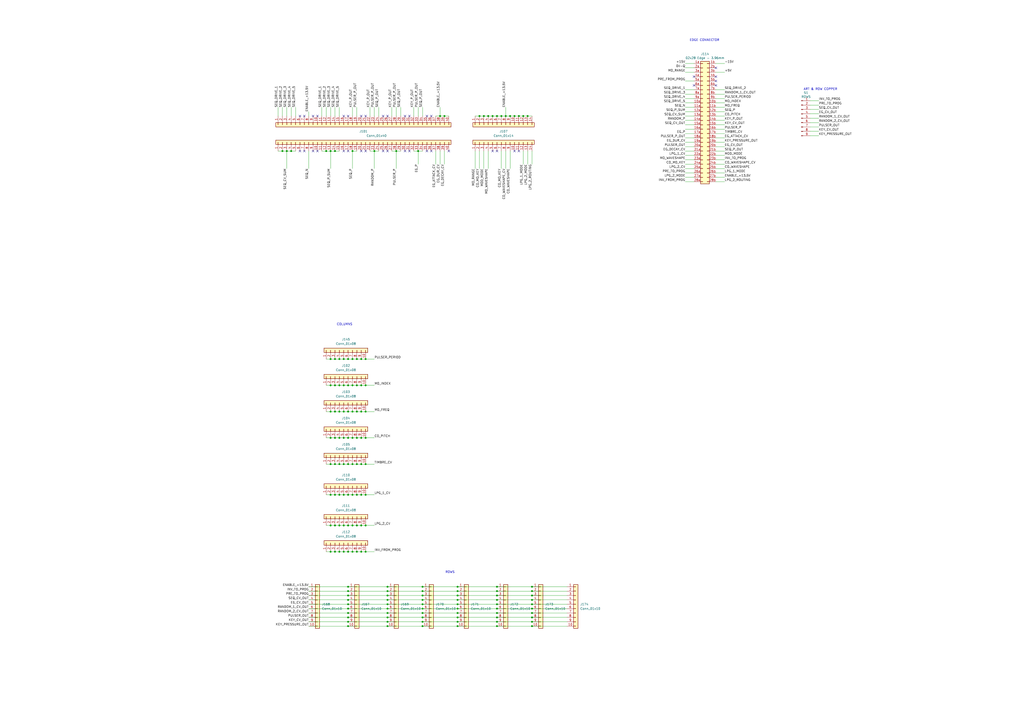
<source format=kicad_sch>
(kicad_sch (version 20231120) (generator "eeschema") (generator_version "8.0")
  (paper "A2")
  (title_block (title "Model 208 Program Card") (date "2021-04-13") (rev "1.0"))
  (lib_symbols
    (symbol "208_PROGRAM_CARD-rescue:Conn_01x09_Male-Connector" (pin_names (offset 1.016) hide)
      (property "Reference" "J" (at 0 12.7 0))
      (property "Value" "Connector_Conn_01x09_Male" (at 0 -12.7 0))
      (symbol "Conn_01x09_Male-Connector_1_1"
        (pin passive line (at 5.08 10.16 180) (length 3.81) (name "Pin_1") (number "1"))
        (pin passive line (at 5.08 7.62 180) (length 3.81) (name "Pin_2") (number "2"))
        (pin passive line (at 5.08 5.08 180) (length 3.81) (name "Pin_3") (number "3"))
        (pin passive line (at 5.08 2.54 180) (length 3.81) (name "Pin_4") (number "4"))
        (pin passive line (at 5.08 0 180) (length 3.81) (name "Pin_5") (number "5"))
        (pin passive line (at 5.08 -2.54 180) (length 3.81) (name "Pin_6") (number "6"))
        (pin passive line (at 5.08 -5.08 180) (length 3.81) (name "Pin_7") (number "7"))
        (pin passive line (at 5.08 -7.62 180) (length 3.81) (name "Pin_8") (number "8"))
        (pin passive line (at 5.08 -10.16 180) (length 3.81) (name "Pin_9") (number "9"))
      )
    )
    (symbol "Connector_Generic:Conn_01x10" (pin_names (offset 1.016) hide)
      (property "Reference" "J" (at 0 12.7 0))
      (property "Value" "Conn_01x10" (at 0 -15.24 0))
      (symbol "Conn_01x10_1_1"
        (pin passive line (at -5.08 10.16 0) (length 3.81) (name "Pin_1") (number "1"))
        (pin passive line (at -5.08 -12.7 0) (length 3.81) (name "Pin_10") (number "10"))
        (pin passive line (at -5.08 7.62 0) (length 3.81) (name "Pin_2") (number "2"))
        (pin passive line (at -5.08 5.08 0) (length 3.81) (name "Pin_3") (number "3"))
        (pin passive line (at -5.08 2.54 0) (length 3.81) (name "Pin_4") (number "4"))
        (pin passive line (at -5.08 0 0) (length 3.81) (name "Pin_5") (number "5"))
        (pin passive line (at -5.08 -2.54 0) (length 3.81) (name "Pin_6") (number "6"))
        (pin passive line (at -5.08 -5.08 0) (length 3.81) (name "Pin_7") (number "7"))
        (pin passive line (at -5.08 -7.62 0) (length 3.81) (name "Pin_8") (number "8"))
        (pin passive line (at -5.08 -10.16 0) (length 3.81) (name "Pin_9") (number "9"))
      )
    )
    (symbol "Connector_Generic:Conn_01x14" (pin_names (offset 1.016) hide)
      (property "Reference" "J" (at 0 17.78 0))
      (property "Value" "Conn_01x14" (at 0 -20.32 0))
      (symbol "Conn_01x14_1_1"
        (pin passive line (at -5.08 15.24 0) (length 3.81) (name "Pin_1") (number "1"))
        (pin passive line (at -5.08 -7.62 0) (length 3.81) (name "Pin_10") (number "10"))
        (pin passive line (at -5.08 -10.16 0) (length 3.81) (name "Pin_11") (number "11"))
        (pin passive line (at -5.08 -12.7 0) (length 3.81) (name "Pin_12") (number "12"))
        (pin passive line (at -5.08 -15.24 0) (length 3.81) (name "Pin_13") (number "13"))
        (pin passive line (at -5.08 -17.78 0) (length 3.81) (name "Pin_14") (number "14"))
        (pin passive line (at -5.08 12.7 0) (length 3.81) (name "Pin_2") (number "2"))
        (pin passive line (at -5.08 10.16 0) (length 3.81) (name "Pin_3") (number "3"))
        (pin passive line (at -5.08 7.62 0) (length 3.81) (name "Pin_4") (number "4"))
        (pin passive line (at -5.08 5.08 0) (length 3.81) (name "Pin_5") (number "5"))
        (pin passive line (at -5.08 2.54 0) (length 3.81) (name "Pin_6") (number "6"))
        (pin passive line (at -5.08 0 0) (length 3.81) (name "Pin_7") (number "7"))
        (pin passive line (at -5.08 -2.54 0) (length 3.81) (name "Pin_8") (number "8"))
        (pin passive line (at -5.08 -5.08 0) (length 3.81) (name "Pin_9") (number "9"))
      )
    )
    (symbol "Connector_Generic:Conn_01x40" (pin_names (offset 1.016) hide)
      (property "Reference" "J" (at 0 50.8 0))
      (property "Value" "Conn_01x40" (at 0 -53.34 0))
      (symbol "Conn_01x40_1_1"
        (pin passive line (at -5.08 48.26 0) (length 3.81) (name "Pin_1") (number "1"))
        (pin passive line (at -5.08 25.4 0) (length 3.81) (name "Pin_10") (number "10"))
        (pin passive line (at -5.08 22.86 0) (length 3.81) (name "Pin_11") (number "11"))
        (pin passive line (at -5.08 20.32 0) (length 3.81) (name "Pin_12") (number "12"))
        (pin passive line (at -5.08 17.78 0) (length 3.81) (name "Pin_13") (number "13"))
        (pin passive line (at -5.08 15.24 0) (length 3.81) (name "Pin_14") (number "14"))
        (pin passive line (at -5.08 12.7 0) (length 3.81) (name "Pin_15") (number "15"))
        (pin passive line (at -5.08 10.16 0) (length 3.81) (name "Pin_16") (number "16"))
        (pin passive line (at -5.08 7.62 0) (length 3.81) (name "Pin_17") (number "17"))
        (pin passive line (at -5.08 5.08 0) (length 3.81) (name "Pin_18") (number "18"))
        (pin passive line (at -5.08 2.54 0) (length 3.81) (name "Pin_19") (number "19"))
        (pin passive line (at -5.08 45.72 0) (length 3.81) (name "Pin_2") (number "2"))
        (pin passive line (at -5.08 0 0) (length 3.81) (name "Pin_20") (number "20"))
        (pin passive line (at -5.08 -2.54 0) (length 3.81) (name "Pin_21") (number "21"))
        (pin passive line (at -5.08 -5.08 0) (length 3.81) (name "Pin_22") (number "22"))
        (pin passive line (at -5.08 -7.62 0) (length 3.81) (name "Pin_23") (number "23"))
        (pin passive line (at -5.08 -10.16 0) (length 3.81) (name "Pin_24") (number "24"))
        (pin passive line (at -5.08 -12.7 0) (length 3.81) (name "Pin_25") (number "25"))
        (pin passive line (at -5.08 -15.24 0) (length 3.81) (name "Pin_26") (number "26"))
        (pin passive line (at -5.08 -17.78 0) (length 3.81) (name "Pin_27") (number "27"))
        (pin passive line (at -5.08 -20.32 0) (length 3.81) (name "Pin_28") (number "28"))
        (pin passive line (at -5.08 -22.86 0) (length 3.81) (name "Pin_29") (number "29"))
        (pin passive line (at -5.08 43.18 0) (length 3.81) (name "Pin_3") (number "3"))
        (pin passive line (at -5.08 -25.4 0) (length 3.81) (name "Pin_30") (number "30"))
        (pin passive line (at -5.08 -27.94 0) (length 3.81) (name "Pin_31") (number "31"))
        (pin passive line (at -5.08 -30.48 0) (length 3.81) (name "Pin_32") (number "32"))
        (pin passive line (at -5.08 -33.02 0) (length 3.81) (name "Pin_33") (number "33"))
        (pin passive line (at -5.08 -35.56 0) (length 3.81) (name "Pin_34") (number "34"))
        (pin passive line (at -5.08 -38.1 0) (length 3.81) (name "Pin_35") (number "35"))
        (pin passive line (at -5.08 -40.64 0) (length 3.81) (name "Pin_36") (number "36"))
        (pin passive line (at -5.08 -43.18 0) (length 3.81) (name "Pin_37") (number "37"))
        (pin passive line (at -5.08 -45.72 0) (length 3.81) (name "Pin_38") (number "38"))
        (pin passive line (at -5.08 -48.26 0) (length 3.81) (name "Pin_39") (number "39"))
        (pin passive line (at -5.08 40.64 0) (length 3.81) (name "Pin_4") (number "4"))
        (pin passive line (at -5.08 -50.8 0) (length 3.81) (name "Pin_40") (number "40"))
        (pin passive line (at -5.08 38.1 0) (length 3.81) (name "Pin_5") (number "5"))
        (pin passive line (at -5.08 35.56 0) (length 3.81) (name "Pin_6") (number "6"))
        (pin passive line (at -5.08 33.02 0) (length 3.81) (name "Pin_7") (number "7"))
        (pin passive line (at -5.08 30.48 0) (length 3.81) (name "Pin_8") (number "8"))
        (pin passive line (at -5.08 27.94 0) (length 3.81) (name "Pin_9") (number "9"))
      )
    )
    (symbol "Connector_Generic:Conn_02x28_Row_Letter_Last" (pin_names (offset 1.016) hide)
      (property "Reference" "J" (at 1.27 35.56 0))
      (property "Value" "Conn_02x28_Row_Letter_Last" (at 1.27 -38.1 0))
      (symbol "Conn_02x28_Row_Letter_Last_1_1"
        (pin passive line (at -5.08 10.16 0) (length 3.81) (name "Pin_10a") (number "10a"))
        (pin passive line (at 7.62 10.16 180) (length 3.81) (name "Pin_10b") (number "10b"))
        (pin passive line (at -5.08 7.62 0) (length 3.81) (name "Pin_11a") (number "11a"))
        (pin passive line (at 7.62 7.62 180) (length 3.81) (name "Pin_11b") (number "11b"))
        (pin passive line (at -5.08 5.08 0) (length 3.81) (name "Pin_12a") (number "12a"))
        (pin passive line (at 7.62 5.08 180) (length 3.81) (name "Pin_12b") (number "12b"))
        (pin passive line (at -5.08 2.54 0) (length 3.81) (name "Pin_13a") (number "13a"))
        (pin passive line (at 7.62 2.54 180) (length 3.81) (name "Pin_13b") (number "13b"))
        (pin passive line (at -5.08 0 0) (length 3.81) (name "Pin_14a") (number "14a"))
        (pin passive line (at 7.62 0 180) (length 3.81) (name "Pin_14b") (number "14b"))
        (pin passive line (at -5.08 -2.54 0) (length 3.81) (name "Pin_15a") (number "15a"))
        (pin passive line (at 7.62 -2.54 180) (length 3.81) (name "Pin_15b") (number "15b"))
        (pin passive line (at -5.08 -5.08 0) (length 3.81) (name "Pin_16a") (number "16a"))
        (pin passive line (at 7.62 -5.08 180) (length 3.81) (name "Pin_16b") (number "16b"))
        (pin passive line (at -5.08 -7.62 0) (length 3.81) (name "Pin_17a") (number "17a"))
        (pin passive line (at 7.62 -7.62 180) (length 3.81) (name "Pin_17b") (number "17b"))
        (pin passive line (at -5.08 -10.16 0) (length 3.81) (name "Pin_18a") (number "18a"))
        (pin passive line (at 7.62 -10.16 180) (length 3.81) (name "Pin_18b") (number "18b"))
        (pin passive line (at -5.08 -12.7 0) (length 3.81) (name "Pin_19a") (number "19a"))
        (pin passive line (at 7.62 -12.7 180) (length 3.81) (name "Pin_19b") (number "19b"))
        (pin passive line (at -5.08 33.02 0) (length 3.81) (name "Pin_1a") (number "1a"))
        (pin passive line (at 7.62 33.02 180) (length 3.81) (name "Pin_1b") (number "1b"))
        (pin passive line (at -5.08 -15.24 0) (length 3.81) (name "Pin_20a") (number "20a"))
        (pin passive line (at 7.62 -15.24 180) (length 3.81) (name "Pin_20b") (number "20b"))
        (pin passive line (at -5.08 -17.78 0) (length 3.81) (name "Pin_21a") (number "21a"))
        (pin passive line (at 7.62 -17.78 180) (length 3.81) (name "Pin_21b") (number "21b"))
        (pin passive line (at -5.08 -20.32 0) (length 3.81) (name "Pin_22a") (number "22a"))
        (pin passive line (at 7.62 -20.32 180) (length 3.81) (name "Pin_22b") (number "22b"))
        (pin passive line (at -5.08 -22.86 0) (length 3.81) (name "Pin_23a") (number "23a"))
        (pin passive line (at 7.62 -22.86 180) (length 3.81) (name "Pin_23b") (number "23b"))
        (pin passive line (at -5.08 -25.4 0) (length 3.81) (name "Pin_24a") (number "24a"))
        (pin passive line (at 7.62 -25.4 180) (length 3.81) (name "Pin_24b") (number "24b"))
        (pin passive line (at -5.08 -27.94 0) (length 3.81) (name "Pin_25a") (number "25a"))
        (pin passive line (at 7.62 -27.94 180) (length 3.81) (name "Pin_25b") (number "25b"))
        (pin passive line (at -5.08 -30.48 0) (length 3.81) (name "Pin_26a") (number "26a"))
        (pin passive line (at 7.62 -30.48 180) (length 3.81) (name "Pin_26b") (number "26b"))
        (pin passive line (at -5.08 -33.02 0) (length 3.81) (name "Pin_27a") (number "27a"))
        (pin passive line (at 7.62 -33.02 180) (length 3.81) (name "Pin_27b") (number "27b"))
        (pin passive line (at -5.08 -35.56 0) (length 3.81) (name "Pin_28a") (number "28a"))
        (pin passive line (at 7.62 -35.56 180) (length 3.81) (name "Pin_28b") (number "28b"))
        (pin passive line (at -5.08 30.48 0) (length 3.81) (name "Pin_2a") (number "2a"))
        (pin passive line (at 7.62 30.48 180) (length 3.81) (name "Pin_2b") (number "2b"))
        (pin passive line (at -5.08 27.94 0) (length 3.81) (name "Pin_3a") (number "3a"))
        (pin passive line (at 7.62 27.94 180) (length 3.81) (name "Pin_3b") (number "3b"))
        (pin passive line (at -5.08 25.4 0) (length 3.81) (name "Pin_4a") (number "4a"))
        (pin passive line (at 7.62 25.4 180) (length 3.81) (name "Pin_4b") (number "4b"))
        (pin passive line (at -5.08 22.86 0) (length 3.81) (name "Pin_5a") (number "5a"))
        (pin passive line (at 7.62 22.86 180) (length 3.81) (name "Pin_5b") (number "5b"))
        (pin passive line (at -5.08 20.32 0) (length 3.81) (name "Pin_6a") (number "6a"))
        (pin passive line (at 7.62 20.32 180) (length 3.81) (name "Pin_6b") (number "6b"))
        (pin passive line (at -5.08 17.78 0) (length 3.81) (name "Pin_7a") (number "7a"))
        (pin passive line (at 7.62 17.78 180) (length 3.81) (name "Pin_7b") (number "7b"))
        (pin passive line (at -5.08 15.24 0) (length 3.81) (name "Pin_8a") (number "8a"))
        (pin passive line (at 7.62 15.24 180) (length 3.81) (name "Pin_8b") (number "8b"))
        (pin passive line (at -5.08 12.7 0) (length 3.81) (name "Pin_9a") (number "9a"))
        (pin passive line (at 7.62 12.7 180) (length 3.81) (name "Pin_9b") (number "9b"))
      )
    )
  )
  (junction (at 196.85 287.02))
  (junction (at 224.79 360.68))
  (junction (at 245.11 340.36))
  (junction (at 204.47 87.63))
  (junction (at 163.83 87.63))
  (junction (at 308.61 358.14))
  (junction (at 265.43 347.98))
  (junction (at 196.85 223.52))
  (junction (at 204.47 269.24))
  (junction (at 204.47 304.8))
  (junction (at 265.43 353.06))
  (junction (at 212.09 254))
  (junction (at 288.29 67.31))
  (junction (at 245.11 353.06))
  (junction (at 209.55 320.04))
  (junction (at 288.29 347.98))
  (junction (at 201.93 208.28))
  (junction (at 245.11 355.6))
  (junction (at 224.79 353.06))
  (junction (at 308.61 342.9))
  (junction (at 306.07 67.31))
  (junction (at 201.93 342.9))
  (junction (at 196.85 254))
  (junction (at 201.93 287.02))
  (junction (at 217.17 87.63))
  (junction (at 288.29 353.06))
  (junction (at 201.93 254))
  (junction (at 207.01 269.24))
  (junction (at 189.23 87.63))
  (junction (at 288.29 345.44))
  (junction (at 191.77 238.76))
  (junction (at 191.77 320.04))
  (junction (at 201.93 358.14))
  (junction (at 288.29 355.6))
  (junction (at 212.09 304.8))
  (junction (at 166.37 87.63))
  (junction (at 288.29 350.52))
  (junction (at 199.39 254))
  (junction (at 245.11 358.14))
  (junction (at 191.77 254))
  (junction (at 199.39 223.52))
  (junction (at 194.31 223.52))
  (junction (at 265.43 358.14))
  (junction (at 191.77 87.63))
  (junction (at 209.55 238.76))
  (junction (at 280.67 67.31))
  (junction (at 293.37 67.31))
  (junction (at 209.55 304.8))
  (junction (at 288.29 360.68))
  (junction (at 224.79 345.44))
  (junction (at 212.09 238.76))
  (junction (at 265.43 342.9))
  (junction (at 194.31 269.24))
  (junction (at 298.45 67.31))
  (junction (at 201.93 340.36))
  (junction (at 245.11 363.22))
  (junction (at 196.85 238.76))
  (junction (at 194.31 304.8))
  (junction (at 288.29 342.9))
  (junction (at 212.09 223.52))
  (junction (at 295.91 67.31))
  (junction (at 303.53 67.31))
  (junction (at 191.77 208.28))
  (junction (at 191.77 287.02))
  (junction (at 201.93 269.24))
  (junction (at 201.93 320.04))
  (junction (at 224.79 363.22))
  (junction (at 207.01 223.52))
  (junction (at 224.79 358.14))
  (junction (at 201.93 353.06))
  (junction (at 194.31 238.76))
  (junction (at 209.55 223.52))
  (junction (at 245.11 345.44))
  (junction (at 201.93 350.52))
  (junction (at 191.77 269.24))
  (junction (at 207.01 254))
  (junction (at 265.43 360.68))
  (junction (at 288.29 363.22))
  (junction (at 209.55 254))
  (junction (at 204.47 208.28))
  (junction (at 196.85 208.28))
  (junction (at 212.09 269.24))
  (junction (at 199.39 287.02))
  (junction (at 196.85 320.04))
  (junction (at 308.61 360.68))
  (junction (at 229.87 87.63))
  (junction (at 265.43 363.22))
  (junction (at 265.43 350.52))
  (junction (at 204.47 223.52))
  (junction (at 245.11 342.9))
  (junction (at 288.29 358.14))
  (junction (at 201.93 223.52))
  (junction (at 207.01 304.8))
  (junction (at 196.85 304.8))
  (junction (at 245.11 360.68))
  (junction (at 209.55 269.24))
  (junction (at 204.47 320.04))
  (junction (at 201.93 363.22))
  (junction (at 224.79 355.6))
  (junction (at 300.99 67.31))
  (junction (at 224.79 340.36))
  (junction (at 201.93 238.76))
  (junction (at 199.39 320.04))
  (junction (at 308.61 353.06))
  (junction (at 245.11 347.98))
  (junction (at 194.31 87.63))
  (junction (at 265.43 345.44))
  (junction (at 308.61 363.22))
  (junction (at 288.29 340.36))
  (junction (at 207.01 238.76))
  (junction (at 283.21 67.31))
  (junction (at 285.75 67.31))
  (junction (at 201.93 360.68))
  (junction (at 199.39 208.28))
  (junction (at 191.77 223.52))
  (junction (at 242.57 87.63))
  (junction (at 196.85 269.24))
  (junction (at 278.13 67.31))
  (junction (at 308.61 355.6))
  (junction (at 224.79 350.52))
  (junction (at 204.47 287.02))
  (junction (at 308.61 340.36))
  (junction (at 308.61 345.44))
  (junction (at 199.39 304.8))
  (junction (at 308.61 347.98))
  (junction (at 194.31 254))
  (junction (at 224.79 347.98))
  (junction (at 194.31 320.04))
  (junction (at 212.09 208.28))
  (junction (at 199.39 269.24))
  (junction (at 212.09 320.04))
  (junction (at 207.01 320.04))
  (junction (at 194.31 208.28))
  (junction (at 201.93 347.98))
  (junction (at 194.31 287.02))
  (junction (at 201.93 304.8))
  (junction (at 191.77 304.8))
  (junction (at 168.91 87.63))
  (junction (at 207.01 208.28))
  (junction (at 255.27 67.31))
  (junction (at 209.55 208.28))
  (junction (at 265.43 340.36))
  (junction (at 204.47 238.76))
  (junction (at 257.81 67.31))
  (junction (at 290.83 67.31))
  (junction (at 308.61 350.52))
  (junction (at 265.43 355.6))
  (junction (at 204.47 254))
  (junction (at 201.93 355.6))
  (junction (at 207.01 287.02))
  (junction (at 199.39 238.76))
  (junction (at 212.09 287.02))
  (junction (at 245.11 350.52))
  (junction (at 224.79 342.9))
  (junction (at 201.93 345.44))
  (junction (at 209.55 287.02))
  (no_connect (at 247.65 87.63))
  (no_connect (at 415.29 49.53))
  (no_connect (at 181.61 87.63))
  (no_connect (at 209.55 87.63))
  (no_connect (at 173.99 67.31))
  (no_connect (at 176.53 67.31))
  (no_connect (at 260.35 87.63))
  (no_connect (at 298.45 87.63))
  (no_connect (at 184.15 87.63))
  (no_connect (at 415.29 44.45))
  (no_connect (at 181.61 67.31))
  (no_connect (at 184.15 67.31))
  (no_connect (at 234.95 67.31))
  (no_connect (at 250.19 67.31))
  (no_connect (at 212.09 67.31))
  (no_connect (at 300.99 87.63))
  (no_connect (at 212.09 87.63))
  (no_connect (at 288.29 87.63))
  (no_connect (at 222.25 87.63))
  (no_connect (at 415.29 39.37))
  (no_connect (at 285.75 87.63))
  (no_connect (at 201.93 67.31))
  (no_connect (at 176.53 87.63))
  (no_connect (at 250.19 87.63))
  (no_connect (at 201.93 87.63))
  (no_connect (at 173.99 87.63))
  (no_connect (at 237.49 67.31))
  (no_connect (at 234.95 87.63))
  (no_connect (at 224.79 67.31))
  (no_connect (at 224.79 87.63))
  (no_connect (at 199.39 67.31))
  (no_connect (at 415.29 46.99))
  (no_connect (at 199.39 87.63))
  (no_connect (at 237.49 87.63))
  (no_connect (at 402.59 49.53))
  (no_connect (at 222.25 67.31))
  (no_connect (at 402.59 44.45))
  (no_connect (at 247.65 67.31))
  (no_connect (at 209.55 67.31))
  (wire (pts (xy 209.55 304.8) (xy 212.09 304.8)))
  (wire (pts (xy 402.59 52.07) (xy 397.51 52.07)))
  (wire (pts (xy 179.07 87.63) (xy 179.07 97.79)))
  (wire (pts (xy 288.29 67.31) (xy 290.83 67.31)))
  (wire (pts (xy 179.07 345.44) (xy 201.93 345.44)))
  (wire (pts (xy 189.23 223.52) (xy 191.77 223.52)))
  (wire (pts (xy 204.47 62.23) (xy 204.47 67.31)))
  (wire (pts (xy 199.39 238.76) (xy 201.93 238.76)))
  (wire (pts (xy 255.27 62.23) (xy 255.27 67.31)))
  (wire (pts (xy 415.29 97.79) (xy 420.37 97.79)))
  (wire (pts (xy 204.47 87.63) (xy 207.01 87.63)))
  (wire (pts (xy 224.79 347.98) (xy 245.11 347.98)))
  (wire (pts (xy 415.29 41.91) (xy 420.37 41.91)))
  (wire (pts (xy 168.91 62.23) (xy 168.91 67.31)))
  (wire (pts (xy 194.31 62.23) (xy 194.31 67.31)))
  (wire (pts (xy 224.79 358.14) (xy 245.11 358.14)))
  (wire (pts (xy 179.07 340.36) (xy 201.93 340.36)))
  (wire (pts (xy 415.29 82.55) (xy 420.37 82.55)))
  (wire (pts (xy 224.79 360.68) (xy 245.11 360.68)))
  (wire (pts (xy 191.77 87.63) (xy 191.77 97.79)))
  (wire (pts (xy 194.31 223.52) (xy 196.85 223.52)))
  (wire (pts (xy 194.31 87.63) (xy 196.85 87.63)))
  (wire (pts (xy 199.39 287.02) (xy 201.93 287.02)))
  (wire (pts (xy 278.13 67.31) (xy 280.67 67.31)))
  (wire (pts (xy 207.01 287.02) (xy 209.55 287.02)))
  (wire (pts (xy 300.99 67.31) (xy 303.53 67.31)))
  (wire (pts (xy 402.59 72.39) (xy 397.51 72.39)))
  (wire (pts (xy 308.61 87.63) (xy 308.61 95.25)))
  (wire (pts (xy 207.01 254) (xy 209.55 254)))
  (wire (pts (xy 402.59 57.15) (xy 397.51 57.15)))
  (wire (pts (xy 201.93 304.8) (xy 204.47 304.8)))
  (wire (pts (xy 415.29 100.33) (xy 420.37 100.33)))
  (wire (pts (xy 224.79 345.44) (xy 245.11 345.44)))
  (wire (pts (xy 415.29 74.93) (xy 420.37 74.93)))
  (wire (pts (xy 402.59 41.91) (xy 397.51 41.91)))
  (wire (pts (xy 204.47 269.24) (xy 207.01 269.24)))
  (wire (pts (xy 415.29 87.63) (xy 420.37 87.63)))
  (wire (pts (xy 207.01 62.23) (xy 207.01 67.31)))
  (wire (pts (xy 196.85 304.8) (xy 199.39 304.8)))
  (wire (pts (xy 166.37 87.63) (xy 168.91 87.63)))
  (wire (pts (xy 207.01 320.04) (xy 209.55 320.04)))
  (wire (pts (xy 283.21 87.63) (xy 283.21 97.79)))
  (wire (pts (xy 295.91 87.63) (xy 295.91 97.79)))
  (wire (pts (xy 212.09 208.28) (xy 217.17 208.28)))
  (wire (pts (xy 402.59 77.47) (xy 397.51 77.47)))
  (wire (pts (xy 204.47 208.28) (xy 207.01 208.28)))
  (wire (pts (xy 242.57 87.63) (xy 245.11 87.63)))
  (wire (pts (xy 209.55 287.02) (xy 212.09 287.02)))
  (wire (pts (xy 469.9 71.12) (xy 474.98 71.12)))
  (wire (pts (xy 469.9 73.66) (xy 474.98 73.66)))
  (wire (pts (xy 189.23 269.24) (xy 191.77 269.24)))
  (wire (pts (xy 415.29 80.01) (xy 420.37 80.01)))
  (wire (pts (xy 415.29 59.69) (xy 420.37 59.69)))
  (wire (pts (xy 469.9 58.42) (xy 474.98 58.42)))
  (wire (pts (xy 288.29 350.52) (xy 308.61 350.52)))
  (wire (pts (xy 245.11 358.14) (xy 265.43 358.14)))
  (wire (pts (xy 199.39 223.52) (xy 201.93 223.52)))
  (wire (pts (xy 402.59 64.77) (xy 397.51 64.77)))
  (wire (pts (xy 402.59 87.63) (xy 397.51 87.63)))
  (wire (pts (xy 469.9 76.2) (xy 474.98 76.2)))
  (wire (pts (xy 293.37 62.23) (xy 293.37 67.31)))
  (wire (pts (xy 308.61 358.14) (xy 328.93 358.14)))
  (wire (pts (xy 285.75 67.31) (xy 288.29 67.31)))
  (wire (pts (xy 415.29 85.09) (xy 420.37 85.09)))
  (wire (pts (xy 207.01 269.24) (xy 209.55 269.24)))
  (wire (pts (xy 415.29 36.83) (xy 420.37 36.83)))
  (wire (pts (xy 194.31 238.76) (xy 196.85 238.76)))
  (wire (pts (xy 209.55 254) (xy 212.09 254)))
  (wire (pts (xy 290.83 87.63) (xy 290.83 97.79)))
  (wire (pts (xy 209.55 208.28) (xy 212.09 208.28)))
  (wire (pts (xy 191.77 320.04) (xy 194.31 320.04)))
  (wire (pts (xy 163.83 87.63) (xy 166.37 87.63)))
  (wire (pts (xy 308.61 347.98) (xy 328.93 347.98)))
  (wire (pts (xy 189.23 254) (xy 191.77 254)))
  (wire (pts (xy 288.29 353.06) (xy 308.61 353.06)))
  (wire (pts (xy 469.9 68.58) (xy 474.98 68.58)))
  (wire (pts (xy 275.59 87.63) (xy 275.59 97.79)))
  (wire (pts (xy 303.53 67.31) (xy 306.07 67.31)))
  (wire (pts (xy 207.01 304.8) (xy 209.55 304.8)))
  (wire (pts (xy 224.79 350.52) (xy 245.11 350.52)))
  (wire (pts (xy 207.01 238.76) (xy 209.55 238.76)))
  (wire (pts (xy 166.37 62.23) (xy 166.37 67.31)))
  (wire (pts (xy 201.93 342.9) (xy 224.79 342.9)))
  (wire (pts (xy 265.43 345.44) (xy 288.29 345.44)))
  (wire (pts (xy 415.29 77.47) (xy 420.37 77.47)))
  (wire (pts (xy 245.11 360.68) (xy 265.43 360.68)))
  (wire (pts (xy 199.39 254) (xy 201.93 254)))
  (wire (pts (xy 201.93 353.06) (xy 224.79 353.06)))
  (wire (pts (xy 189.23 87.63) (xy 191.77 87.63)))
  (wire (pts (xy 229.87 87.63) (xy 229.87 97.79)))
  (wire (pts (xy 242.57 62.23) (xy 242.57 67.31)))
  (wire (pts (xy 224.79 342.9) (xy 245.11 342.9)))
  (wire (pts (xy 204.47 254) (xy 207.01 254)))
  (wire (pts (xy 402.59 105.41) (xy 397.51 105.41)))
  (wire (pts (xy 402.59 100.33) (xy 397.51 100.33)))
  (wire (pts (xy 201.93 363.22) (xy 224.79 363.22)))
  (wire (pts (xy 212.09 254) (xy 217.17 254)))
  (wire (pts (xy 402.59 54.61) (xy 397.51 54.61)))
  (wire (pts (xy 227.33 87.63) (xy 229.87 87.63)))
  (wire (pts (xy 265.43 347.98) (xy 288.29 347.98)))
  (wire (pts (xy 415.29 69.85) (xy 420.37 69.85)))
  (wire (pts (xy 179.07 350.52) (xy 201.93 350.52)))
  (wire (pts (xy 179.07 358.14) (xy 201.93 358.14)))
  (wire (pts (xy 306.07 87.63) (xy 306.07 95.25)))
  (wire (pts (xy 265.43 355.6) (xy 288.29 355.6)))
  (wire (pts (xy 265.43 358.14) (xy 288.29 358.14)))
  (wire (pts (xy 171.45 62.23) (xy 171.45 67.31)))
  (wire (pts (xy 469.9 60.96) (xy 474.98 60.96)))
  (wire (pts (xy 224.79 340.36) (xy 245.11 340.36)))
  (wire (pts (xy 415.29 57.15) (xy 420.37 57.15)))
  (wire (pts (xy 179.07 64.77) (xy 179.07 67.31)))
  (wire (pts (xy 280.67 67.31) (xy 283.21 67.31)))
  (wire (pts (xy 402.59 92.71) (xy 397.51 92.71)))
  (wire (pts (xy 469.9 78.74) (xy 474.98 78.74)))
  (wire (pts (xy 283.21 67.31) (xy 285.75 67.31)))
  (wire (pts (xy 245.11 363.22) (xy 265.43 363.22)))
  (wire (pts (xy 224.79 353.06) (xy 245.11 353.06)))
  (wire (pts (xy 219.71 62.23) (xy 219.71 67.31)))
  (wire (pts (xy 209.55 223.52) (xy 212.09 223.52)))
  (wire (pts (xy 212.09 269.24) (xy 217.17 269.24)))
  (wire (pts (xy 402.59 74.93) (xy 397.51 74.93)))
  (wire (pts (xy 204.47 304.8) (xy 207.01 304.8)))
  (wire (pts (xy 308.61 353.06) (xy 328.93 353.06)))
  (wire (pts (xy 201.93 254) (xy 204.47 254)))
  (wire (pts (xy 196.85 62.23) (xy 196.85 67.31)))
  (wire (pts (xy 308.61 360.68) (xy 328.93 360.68)))
  (wire (pts (xy 295.91 67.31) (xy 298.45 67.31)))
  (wire (pts (xy 227.33 62.23) (xy 227.33 67.31)))
  (wire (pts (xy 194.31 287.02) (xy 196.85 287.02)))
  (wire (pts (xy 415.29 67.31) (xy 420.37 67.31)))
  (wire (pts (xy 469.9 63.5) (xy 474.98 63.5)))
  (wire (pts (xy 209.55 320.04) (xy 212.09 320.04)))
  (wire (pts (xy 204.47 287.02) (xy 207.01 287.02)))
  (wire (pts (xy 201.93 345.44) (xy 224.79 345.44)))
  (wire (pts (xy 232.41 62.23) (xy 232.41 67.31)))
  (wire (pts (xy 194.31 269.24) (xy 196.85 269.24)))
  (wire (pts (xy 415.29 62.23) (xy 420.37 62.23)))
  (wire (pts (xy 201.93 223.52) (xy 204.47 223.52)))
  (wire (pts (xy 288.29 363.22) (xy 308.61 363.22)))
  (wire (pts (xy 201.93 238.76) (xy 204.47 238.76)))
  (wire (pts (xy 214.63 87.63) (xy 217.17 87.63)))
  (wire (pts (xy 288.29 340.36) (xy 308.61 340.36)))
  (wire (pts (xy 257.81 87.63) (xy 257.81 95.25)))
  (wire (pts (xy 245.11 355.6) (xy 265.43 355.6)))
  (wire (pts (xy 191.77 223.52) (xy 194.31 223.52)))
  (wire (pts (xy 245.11 353.06) (xy 265.43 353.06)))
  (wire (pts (xy 415.29 95.25) (xy 420.37 95.25)))
  (wire (pts (xy 196.85 287.02) (xy 199.39 287.02)))
  (wire (pts (xy 308.61 340.36) (xy 328.93 340.36)))
  (wire (pts (xy 217.17 87.63) (xy 219.71 87.63)))
  (wire (pts (xy 469.9 66.04) (xy 474.98 66.04)))
  (wire (pts (xy 397.51 67.31) (xy 402.59 67.31)))
  (wire (pts (xy 179.07 360.68) (xy 201.93 360.68)))
  (wire (pts (xy 402.59 97.79) (xy 397.51 97.79)))
  (wire (pts (xy 191.77 238.76) (xy 194.31 238.76)))
  (wire (pts (xy 402.59 59.69) (xy 397.51 59.69)))
  (wire (pts (xy 293.37 87.63) (xy 293.37 97.79)))
  (wire (pts (xy 214.63 62.23) (xy 214.63 67.31)))
  (wire (pts (xy 415.29 64.77) (xy 420.37 64.77)))
  (wire (pts (xy 204.47 223.52) (xy 207.01 223.52)))
  (wire (pts (xy 245.11 350.52) (xy 265.43 350.52)))
  (wire (pts (xy 191.77 269.24) (xy 194.31 269.24)))
  (wire (pts (xy 201.93 360.68) (xy 224.79 360.68)))
  (wire (pts (xy 288.29 347.98) (xy 308.61 347.98)))
  (wire (pts (xy 229.87 87.63) (xy 232.41 87.63)))
  (wire (pts (xy 240.03 87.63) (xy 242.57 87.63)))
  (wire (pts (xy 402.59 82.55) (xy 397.51 82.55)))
  (wire (pts (xy 308.61 342.9) (xy 328.93 342.9)))
  (wire (pts (xy 201.93 347.98) (xy 224.79 347.98)))
  (wire (pts (xy 402.59 80.01) (xy 397.51 80.01)))
  (wire (pts (xy 288.29 355.6) (xy 308.61 355.6)))
  (wire (pts (xy 201.93 287.02) (xy 204.47 287.02)))
  (wire (pts (xy 298.45 67.31) (xy 300.99 67.31)))
  (wire (pts (xy 217.17 62.23) (xy 217.17 67.31)))
  (wire (pts (xy 189.23 320.04) (xy 191.77 320.04)))
  (wire (pts (xy 288.29 345.44) (xy 308.61 345.44)))
  (wire (pts (xy 288.29 342.9) (xy 308.61 342.9)))
  (wire (pts (xy 201.93 269.24) (xy 204.47 269.24)))
  (wire (pts (xy 179.07 355.6) (xy 201.93 355.6)))
  (wire (pts (xy 252.73 95.25) (xy 252.73 87.63)))
  (wire (pts (xy 199.39 304.8) (xy 201.93 304.8)))
  (wire (pts (xy 191.77 254) (xy 194.31 254)))
  (wire (pts (xy 189.23 238.76) (xy 191.77 238.76)))
  (wire (pts (xy 196.85 208.28) (xy 199.39 208.28)))
  (wire (pts (xy 415.29 102.87) (xy 420.37 102.87)))
  (wire (pts (xy 415.29 105.41) (xy 420.37 105.41)))
  (wire (pts (xy 308.61 345.44) (xy 328.93 345.44)))
  (wire (pts (xy 212.09 304.8) (xy 217.17 304.8)))
  (wire (pts (xy 196.85 238.76) (xy 199.39 238.76)))
  (wire (pts (xy 288.29 358.14) (xy 308.61 358.14)))
  (wire (pts (xy 402.59 102.87) (xy 397.51 102.87)))
  (wire (pts (xy 191.77 87.63) (xy 194.31 87.63)))
  (wire (pts (xy 278.13 87.63) (xy 278.13 97.79)))
  (wire (pts (xy 179.07 353.06) (xy 201.93 353.06)))
  (wire (pts (xy 163.83 62.23) (xy 163.83 67.31)))
  (wire (pts (xy 229.87 62.23) (xy 229.87 67.31)))
  (wire (pts (xy 217.17 87.63) (xy 217.17 97.79)))
  (wire (pts (xy 196.85 320.04) (xy 199.39 320.04)))
  (wire (pts (xy 242.57 95.25) (xy 242.57 87.63)))
  (wire (pts (xy 209.55 269.24) (xy 212.09 269.24)))
  (wire (pts (xy 402.59 95.25) (xy 397.51 95.25)))
  (wire (pts (xy 245.11 347.98) (xy 265.43 347.98)))
  (wire (pts (xy 189.23 304.8) (xy 191.77 304.8)))
  (wire (pts (xy 179.07 347.98) (xy 201.93 347.98)))
  (wire (pts (xy 168.91 87.63) (xy 171.45 87.63)))
  (wire (pts (xy 191.77 62.23) (xy 191.77 67.31)))
  (wire (pts (xy 303.53 87.63) (xy 303.53 95.25)))
  (wire (pts (xy 265.43 350.52) (xy 288.29 350.52)))
  (wire (pts (xy 415.29 90.17) (xy 420.37 90.17)))
  (wire (pts (xy 308.61 350.52) (xy 328.93 350.52)))
  (wire (pts (xy 402.59 90.17) (xy 397.51 90.17)))
  (wire (pts (xy 212.09 223.52) (xy 217.17 223.52)))
  (wire (pts (xy 308.61 363.22) (xy 328.93 363.22)))
  (wire (pts (xy 402.59 69.85) (xy 397.51 69.85)))
  (wire (pts (xy 201.93 340.36) (xy 224.79 340.36)))
  (wire (pts (xy 265.43 342.9) (xy 288.29 342.9)))
  (wire (pts (xy 189.23 208.28) (xy 191.77 208.28)))
  (wire (pts (xy 194.31 254) (xy 196.85 254)))
  (wire (pts (xy 186.69 62.23) (xy 186.69 67.31)))
  (wire (pts (xy 255.27 95.25) (xy 255.27 87.63)))
  (wire (pts (xy 245.11 340.36) (xy 265.43 340.36)))
  (wire (pts (xy 201.93 208.28) (xy 204.47 208.28)))
  (wire (pts (xy 288.29 360.68) (xy 308.61 360.68)))
  (wire (pts (xy 212.09 287.02) (xy 217.17 287.02)))
  (wire (pts (xy 252.73 67.31) (xy 255.27 67.31)))
  (wire (pts (xy 265.43 340.36) (xy 288.29 340.36)))
  (wire (pts (xy 265.43 363.22) (xy 288.29 363.22)))
  (wire (pts (xy 245.11 62.23) (xy 245.11 67.31)))
  (wire (pts (xy 179.07 342.9) (xy 201.93 342.9)))
  (wire (pts (xy 255.27 67.31) (xy 257.81 67.31)))
  (wire (pts (xy 402.59 36.83) (xy 397.51 36.83)))
  (wire (pts (xy 293.37 67.31) (xy 295.91 67.31)))
  (wire (pts (xy 196.85 269.24) (xy 199.39 269.24)))
  (wire (pts (xy 415.29 92.71) (xy 420.37 92.71)))
  (wire (pts (xy 207.01 223.52) (xy 209.55 223.52)))
  (wire (pts (xy 199.39 320.04) (xy 201.93 320.04)))
  (wire (pts (xy 265.43 360.68) (xy 288.29 360.68)))
  (wire (pts (xy 402.59 39.37) (xy 397.51 39.37)))
  (wire (pts (xy 204.47 87.63) (xy 204.47 97.79)))
  (wire (pts (xy 265.43 353.06) (xy 288.29 353.06)))
  (wire (pts (xy 415.29 72.39) (xy 420.37 72.39)))
  (wire (pts (xy 199.39 208.28) (xy 201.93 208.28)))
  (wire (pts (xy 402.59 62.23) (xy 397.51 62.23)))
  (wire (pts (xy 402.59 85.09) (xy 397.51 85.09)))
  (wire (pts (xy 191.77 287.02) (xy 194.31 287.02)))
  (wire (pts (xy 204.47 320.04) (xy 207.01 320.04)))
  (wire (pts (xy 245.11 345.44) (xy 265.43 345.44)))
  (wire (pts (xy 402.59 46.99) (xy 397.51 46.99)))
  (wire (pts (xy 201.93 358.14) (xy 224.79 358.14)))
  (wire (pts (xy 201.93 355.6) (xy 224.79 355.6)))
  (wire (pts (xy 194.31 304.8) (xy 196.85 304.8)))
  (wire (pts (xy 186.69 87.63) (xy 189.23 87.63)))
  (wire (pts (xy 257.81 67.31) (xy 260.35 67.31)))
  (wire (pts (xy 224.79 363.22) (xy 245.11 363.22)))
  (wire (pts (xy 245.11 342.9) (xy 265.43 342.9)))
  (wire (pts (xy 161.29 87.63) (xy 163.83 87.63)))
  (wire (pts (xy 166.37 87.63) (xy 166.37 97.79)))
  (wire (pts (xy 191.77 208.28) (xy 194.31 208.28)))
  (wire (pts (xy 240.03 62.23) (xy 240.03 67.31)))
  (wire (pts (xy 201.93 350.52) (xy 224.79 350.52)))
  (wire (pts (xy 189.23 62.23) (xy 189.23 67.31)))
  (wire (pts (xy 201.93 320.04) (xy 204.47 320.04)))
  (wire (pts (xy 196.85 254) (xy 199.39 254)))
  (wire (pts (xy 212.09 238.76) (xy 217.17 238.76)))
  (wire (pts (xy 280.67 87.63) (xy 280.67 97.79)))
  (wire (pts (xy 209.55 238.76) (xy 212.09 238.76)))
  (wire (pts (xy 199.39 269.24) (xy 201.93 269.24)))
  (wire (pts (xy 161.29 62.23) (xy 161.29 67.31)))
  (wire (pts (xy 196.85 223.52) (xy 199.39 223.52)))
  (wire (pts (xy 308.61 355.6) (xy 328.93 355.6)))
  (wire (pts (xy 194.31 208.28) (xy 196.85 208.28)))
  (wire (pts (xy 290.83 67.31) (xy 293.37 67.31)))
  (wire (pts (xy 224.79 355.6) (xy 245.11 355.6)))
  (wire (pts (xy 306.07 67.31) (xy 308.61 67.31)))
  (wire (pts (xy 415.29 52.07) (xy 420.37 52.07)))
  (wire (pts (xy 207.01 208.28) (xy 209.55 208.28)))
  (wire (pts (xy 212.09 320.04) (xy 217.17 320.04)))
  (wire (pts (xy 194.31 320.04) (xy 196.85 320.04)))
  (wire (pts (xy 275.59 67.31) (xy 278.13 67.31)))
  (wire (pts (xy 189.23 287.02) (xy 191.77 287.02)))
  (wire (pts (xy 415.29 54.61) (xy 420.37 54.61)))
  (wire (pts (xy 191.77 304.8) (xy 194.31 304.8)))
  (wire (pts (xy 179.07 363.22) (xy 201.93 363.22)))
  (wire (pts (xy 204.47 238.76) (xy 207.01 238.76)))
  (text "COLUMNS" (at 195.326 188.976 0) (effects (font (size 1.27 1.27)) (justify left bottom)))
  (text "EDGE CONNECTOR" (at 400.05 24.13 0) (effects (font (size 1.27 1.27)) (justify left bottom)))
  (text "ROWS\n" (at 258.318 332.74 0) (effects (font (size 1.27 1.27)) (justify left bottom)))
  (text "ART & ROW COPPER" (at 466.09 52.578 0) (effects (font (size 1.27 1.27)) (justify left bottom)))
  (label "SEQ_DRIVE_3" (at 166.37 62.23 90))
  (label "PULSER_P_OUT" (at 207.01 62.23 90))
  (label "SEQ_CV_OUT" (at 474.98 63.5 0))
  (label "ENABLE_+13.5V" (at 255.27 62.23 90))
  (label "PULSER_OUT" (at 179.07 358.14 180))
  (label "RANDOM_2_CV_OUT" (at 474.98 71.12 0))
  (label "CO_WAVESHAPE" (at 420.37 97.79 0))
  (label "EG_DUR_CV" (at 255.27 95.25 270))
  (label "PRE_TO_PROG" (at 179.07 345.44 180))
  (label "PULSER_P" (at 229.87 97.79 270))
  (label "SEQ_P" (at 420.37 64.77 0))
  (label "KEY_CV_OUT" (at 179.07 360.68 180))
  (label "SEQ_DRIVE_2" (at 420.37 52.07 0))
  (label "SEQ_DRIVE_1" (at 161.29 62.23 90))
  (label "RANDOM_P" (at 397.51 69.85 180))
  (label "ENABLE_+13.5V" (at 293.37 62.23 90))
  (label "KEY_P_OUT" (at 214.63 62.23 90))
  (label "SEQ_DRIVE_4" (at 168.91 62.23 90))
  (label "SEQ_CV_SUM" (at 397.51 67.31 180))
  (label "EG_CV_OUT" (at 474.98 66.04 0))
  (label "SEQ_DRIVE_3" (at 397.51 54.61 180))
  (label "TIMBRE_CV" (at 420.37 77.47 0))
  (label "KEY_CV_OUT" (at 420.37 72.39 0))
  (label "PULSER_P_OUT" (at 217.17 62.23 90))
  (label "LPG_2_MODE" (at 306.07 95.25 270))
  (label "KEY_PRESSURE_OUT" (at 474.98 78.74 0))
  (label "SEQ_DRIVE_2" (at 189.23 62.23 90))
  (label "CO_PITCH" (at 217.17 254 0))
  (label "EG_ATTACK_CV" (at 420.37 80.01 0))
  (label "EG_CV_OUT" (at 420.37 85.09 0))
  (label "+15V" (at 397.51 36.83 180))
  (label "EG_DECAY_CV" (at 397.51 87.63 180))
  (label "RANDOM_2_CV_OUT" (at 179.07 355.6 180))
  (label "INV_FROM_PROG" (at 217.17 320.04 0))
  (label "PULSER_PERIOD" (at 420.37 57.15 0))
  (label "KEY_P_OUT" (at 420.37 69.85 0))
  (label "SEQ_DRIVE_4" (at 397.51 57.15 180))
  (label "INV_TO_PROG" (at 420.37 92.71 0))
  (label "LPG_1_MODE" (at 420.37 100.33 0))
  (label "PULSER_OUT" (at 474.98 73.66 0))
  (label "SEQ_DRIVE_5" (at 196.85 62.23 90))
  (label "MO_INDEX" (at 217.17 223.52 0))
  (label "KEY_P_OUT" (at 227.33 62.23 90))
  (label "PULSER_P_OUT" (at 242.57 62.23 90))
  (label "CO_MO_KEY" (at 397.51 95.25 180))
  (label "MOD_MODE" (at 420.37 90.17 0))
  (label "MO_RANGE" (at 275.59 97.79 270))
  (label "SEQ_P_SUM" (at 191.77 97.79 270))
  (label "MO_WAVESHAPE" (at 283.21 97.79 270))
  (label "ENABLE_+13.5V" (at 179.07 340.36 180))
  (label "LPG_2_ROUTING" (at 420.37 105.41 0))
  (label "MO_INDEX" (at 420.37 59.69 0))
  (label "CO_WAVESHAPE_CV" (at 293.37 97.79 270))
  (label "SEQ_DRIVE_4" (at 194.31 62.23 90))
  (label "INV_FROM_PROG" (at 397.51 105.41 180))
  (label "ENABLE_+13.5V" (at 179.07 64.77 90))
  (label "SEQ_P" (at 204.47 97.79 270))
  (label "EG_CV_OUT" (at 179.07 350.52 180))
  (label "LPG_2_MODE" (at 397.51 102.87 180))
  (label "LPG_1_CV" (at 217.17 287.02 0))
  (label "SEQ_P_OUT" (at 232.41 62.23 90))
  (label "LPG_1_CV" (at 397.51 90.17 180))
  (label "MO_FREQ" (at 420.37 62.23 0))
  (label "+5V" (at 420.37 41.91 0))
  (label "SEQ_CV_OUT" (at 179.07 347.98 180))
  (label "PULSER_P" (at 420.37 74.93 0))
  (label "SEQ_N" (at 397.51 62.23 180))
  (label "PULSER_P_OUT" (at 397.51 80.01 180))
  (label "EG_P" (at 397.51 77.47 180))
  (label "INV_TO_PROG" (at 474.98 58.42 0))
  (label "PULSER_PERIOD" (at 217.17 208.28 0))
  (label "RANDOM_1_CV_OUT" (at 179.07 353.06 180))
  (label "SEQ_CV_SUM" (at 166.37 97.79 270))
  (label "SEQ_P_SUM" (at 397.51 64.77 180))
  (label "CO_MO_KEY" (at 290.83 97.79 270))
  (label "PRE_FROM_PROG" (at 397.51 46.99 180))
  (label "CO_PITCH" (at 420.37 67.31 0))
  (label "LPG_2_CV" (at 397.51 97.79 180))
  (label "0V-Q" (at 397.51 39.37 180))
  (label "SEQ_DRIVE_5" (at 397.51 59.69 180))
  (label "RANDOM_P" (at 217.17 97.79 270))
  (label "ENABLE_+13.5V" (at 420.37 102.87 0))
  (label "INV_TO_PROG" (at 179.07 342.9 180))
  (label "TIMBRE_CV" (at 217.17 269.24 0))
  (label "CO_WAVESHAPE_CV" (at 420.37 95.25 0))
  (label "MO_WAVESHAPE" (at 397.51 92.71 180))
  (label "-15V" (at 420.37 36.83 0))
  (label "EG_ATTACK_CV" (at 252.73 95.25 270))
  (label "PRE_TO_PROG" (at 397.51 100.33 180))
  (label "LPG_1_MODE" (at 303.53 95.25 270))
  (label "LPG_2_ROUTING" (at 308.61 95.25 270))
  (label "SEQ_DRIVE_1" (at 186.69 62.23 90))
  (label "SEQ_P_OUT" (at 420.37 87.63 0))
  (label "SEQ_P_OUT" (at 219.71 62.23 90))
  (label "SEQ_N" (at 179.07 97.79 270))
  (label "PULSER_OUT" (at 397.51 85.09 180))
  (label "LPG_2_CV" (at 217.17 304.8 0))
  (label "SEQ_P_OUT" (at 245.11 62.23 90))
  (label "PRE_TO_PROG" (at 474.98 60.96 0))
  (label "MO_RANGE" (at 397.51 41.91 180))
  (label "SEQ_DRIVE_5" (at 171.45 62.23 90))
  (label "RANDOM_1_CV_OUT" (at 420.37 54.61 0))
  (label "KEY_CV_OUT" (at 474.98 76.2 0))
  (label "CO_WAVESHAPE" (at 295.91 97.79 270))
  (label "CO_MO_KEY" (at 278.13 97.79 270))
  (label "SEQ_DRIVE_3" (at 191.77 62.23 90))
  (label "SEQ_DRIVE_2" (at 163.83 62.23 90))
  (label "PULSER_P_OUT" (at 229.87 62.23 90))
  (label "KEY_PRESSURE_OUT" (at 420.37 82.55 0))
  (label "EG_DECAY_CV" (at 257.81 95.25 270))
  (label "KEY_PRESSURE_OUT" (at 179.07 363.22 180))
  (label "MO_FREQ" (at 217.17 238.76 0))
  (label "KEY_P_OUT" (at 204.47 62.23 90))
  (label "MOD_MODE" (at 280.67 97.79 270))
  (label "EG_DUR_CV" (at 397.51 82.55 180))
  (label "RANDOM_1_CV_OUT" (at 474.98 68.58 0))
  (label "EG_P" (at 242.57 95.25 270))
  (label "KEY_P_OUT" (at 240.03 62.23 90))
  (label "SEQ_CV_OUT" (at 397.51 72.39 180))
  (label "SEQ_DRIVE_1" (at 397.51 52.07 180))
  (symbol (lib_id "Connector_Generic:Conn_02x28_Row_Letter_Last") (at 407.67 69.85 0) (unit 1)
    (property "Reference" "J114" (at 408.94 31.3182 0))
    (property "Value" "02x28 Edge - 3.96mm" (at 408.94 33.6296 0))
    (property "Footprint" "Buchla_Connectors:305-056-500-502_Mating_Edge" (effects (hide yes)))
  )
  (symbol (lib_id "208_PROGRAM_CARD-rescue:Conn_01x09_Male-Connector") (at 464.82 68.58 0) (unit 1)
    (property "Reference" "S1" (at 467.5632 53.8226 0))
    (property "Value" "ROWS" (at 467.5632 56.134 0))
    (property "Footprint" "Dunnington:208_PROGRAM_CARD" (effects (hide yes)))
  )
  (symbol (lib_id "Connector_Generic:Conn_01x10") (at 199.39 203.2 90) (unit 1)
    (property "Reference" "J145" (at 200.66 196.85 90))
    (property "Value" "Conn_01x08" (at 200.66 199.39 90))
    (property "Footprint" "Connector_PinSocket_2.54mm:PinSocket_1x10_P2.54mm_Vertical" (effects (hide yes)))
  )
  (symbol (lib_id "Connector_Generic:Conn_01x10") (at 199.39 264.16 90) (unit 1)
    (property "Reference" "J105" (at 200.66 257.81 90))
    (property "Value" "Conn_01x08" (at 200.66 260.35 90))
    (property "Footprint" "Connector_PinSocket_2.54mm:PinSocket_1x10_P2.54mm_Vertical" (effects (hide yes)))
  )
  (symbol (lib_id "Connector_Generic:Conn_01x10") (at 334.01 350.52 0) (unit 1)
    (property "Reference" "J174" (at 336.55 350.52 0) (effects (justify left)))
    (property "Value" "Conn_01x10" (at 336.55 353.06 0) (effects (justify left)))
    (property "Footprint" "Connector_PinSocket_2.54mm:PinSocket_1x10_P2.54mm_Vertical" (effects (hide yes)))
  )
  (symbol (lib_id "Connector_Generic:Conn_01x10") (at 270.51 350.52 0) (unit 1)
    (property "Reference" "J171" (at 273.05 350.52 0) (effects (justify left)))
    (property "Value" "Conn_01x10" (at 273.05 353.06 0) (effects (justify left)))
    (property "Footprint" "Connector_PinSocket_2.54mm:PinSocket_1x10_P2.54mm_Vertical" (effects (hide yes)))
  )
  (symbol (lib_id "Connector_Generic:Conn_01x40") (at 209.55 72.39 90) (mirror x) (unit 1)
    (property "Reference" "J106" (effects (hide yes)))
    (property "Value" "Conn_01x40" (effects (hide yes)))
    (property "Footprint" "Connector_PinSocket_2.54mm:PinSocket_1x40_P2.54mm_Vertical" (effects (hide yes)))
  )
  (symbol (lib_id "Connector_Generic:Conn_01x10") (at 207.01 350.52 0) (unit 1)
    (property "Reference" "J167" (at 209.55 350.52 0) (effects (justify left)))
    (property "Value" "Conn_01x10" (at 209.55 353.06 0) (effects (justify left)))
    (property "Footprint" "Connector_PinSocket_2.54mm:PinSocket_1x10_P2.54mm_Vertical" (effects (hide yes)))
  )
  (symbol (lib_id "Connector_Generic:Conn_01x10") (at 199.39 281.94 90) (unit 1)
    (property "Reference" "J110" (at 200.66 275.59 90))
    (property "Value" "Conn_01x08" (at 200.66 278.13 90))
    (property "Footprint" "Connector_PinSocket_2.54mm:PinSocket_1x10_P2.54mm_Vertical" (effects (hide yes)))
  )
  (symbol (lib_id "Connector_Generic:Conn_01x10") (at 199.39 314.96 90) (unit 1)
    (property "Reference" "J112" (at 200.66 308.61 90))
    (property "Value" "Conn_01x08" (at 200.66 311.15 90))
    (property "Footprint" "Connector_PinSocket_2.54mm:PinSocket_1x10_P2.54mm_Vertical" (effects (hide yes)))
  )
  (symbol (lib_id "Connector_Generic:Conn_01x14") (at 290.83 82.55 90) (unit 1)
    (property "Reference" "J107" (at 292.1 76.2 90))
    (property "Value" "Conn_01x14" (at 292.1 78.74 90))
    (property "Footprint" "Connector_PinSocket_2.54mm:PinSocket_1x14_P2.54mm_Vertical" (effects (hide yes)))
  )
  (symbol (lib_id "Connector_Generic:Conn_01x40") (at 209.55 82.55 90) (unit 1)
    (property "Reference" "J101" (at 210.82 76.2 90))
    (property "Value" "Conn_01x40" (at 218.44 78.74 90))
    (property "Footprint" "Connector_PinSocket_2.54mm:PinSocket_1x40_P2.54mm_Vertical" (effects (hide yes)))
  )
  (symbol (lib_id "Connector_Generic:Conn_01x14") (at 290.83 72.39 90) (mirror x) (unit 1)
    (property "Reference" "J108" (effects (hide yes)))
    (property "Value" "Conn_01x14" (effects (hide yes)))
    (property "Footprint" "Connector_PinSocket_2.54mm:PinSocket_1x14_P2.54mm_Vertical" (effects (hide yes)))
  )
  (symbol (lib_id "Connector_Generic:Conn_01x10") (at 229.87 350.52 0) (unit 1)
    (property "Reference" "J169" (at 232.41 350.52 0) (effects (justify left)))
    (property "Value" "Conn_01x10" (at 232.41 353.06 0) (effects (justify left)))
    (property "Footprint" "Connector_PinSocket_2.54mm:PinSocket_1x10_P2.54mm_Vertical" (effects (hide yes)))
  )
  (symbol (lib_id "Connector_Generic:Conn_01x10") (at 313.69 350.52 0) (unit 1)
    (property "Reference" "J173" (at 316.23 350.52 0) (effects (justify left)))
    (property "Value" "Conn_01x10" (at 316.23 353.06 0) (effects (justify left)))
    (property "Footprint" "Connector_PinSocket_2.54mm:PinSocket_1x10_P2.54mm_Vertical" (effects (hide yes)))
  )
  (symbol (lib_id "Connector_Generic:Conn_01x10") (at 199.39 299.72 90) (unit 1)
    (property "Reference" "J111" (at 200.66 293.37 90))
    (property "Value" "Conn_01x08" (at 200.66 295.91 90))
    (property "Footprint" "Connector_PinSocket_2.54mm:PinSocket_1x10_P2.54mm_Vertical" (effects (hide yes)))
  )
  (symbol (lib_id "Connector_Generic:Conn_01x10") (at 250.19 350.52 0) (unit 1)
    (property "Reference" "J170" (at 252.73 350.52 0) (effects (justify left)))
    (property "Value" "Conn_01x10" (at 252.73 353.06 0) (effects (justify left)))
    (property "Footprint" "Connector_PinSocket_2.54mm:PinSocket_1x10_P2.54mm_Vertical" (effects (hide yes)))
  )
  (symbol (lib_id "Connector_Generic:Conn_01x10") (at 293.37 350.52 0) (unit 1)
    (property "Reference" "J172" (at 295.91 350.52 0) (effects (justify left)))
    (property "Value" "Conn_01x10" (at 295.91 353.06 0) (effects (justify left)))
    (property "Footprint" "Connector_PinSocket_2.54mm:PinSocket_1x10_P2.54mm_Vertical" (effects (hide yes)))
  )
  (symbol (lib_id "Connector_Generic:Conn_01x10") (at 184.15 350.52 0) (unit 1)
    (property "Reference" "J168" (at 186.69 350.52 0) (effects (justify left)))
    (property "Value" "Conn_01x10" (at 186.69 353.06 0) (effects (justify left)))
    (property "Footprint" "Connector_PinSocket_2.54mm:PinSocket_1x10_P2.54mm_Vertical" (effects (hide yes)))
  )
  (symbol (lib_id "Connector_Generic:Conn_01x10") (at 199.39 248.92 90) (unit 1)
    (property "Reference" "J104" (at 200.66 242.57 90))
    (property "Value" "Conn_01x08" (at 200.66 245.11 90))
    (property "Footprint" "Connector_PinSocket_2.54mm:PinSocket_1x10_P2.54mm_Vertical" (effects (hide yes)))
  )
  (symbol (lib_id "Connector_Generic:Conn_01x10") (at 199.39 218.44 90) (unit 1)
    (property "Reference" "J102" (at 200.66 212.09 90))
    (property "Value" "Conn_01x08" (at 200.66 214.63 90))
    (property "Footprint" "Connector_PinSocket_2.54mm:PinSocket_1x10_P2.54mm_Vertical" (effects (hide yes)))
  )
  (symbol (lib_id "Connector_Generic:Conn_01x10") (at 199.39 233.68 90) (unit 1)
    (property "Reference" "J103" (at 200.66 227.33 90))
    (property "Value" "Conn_01x08" (at 200.66 229.87 90))
    (property "Footprint" "Connector_PinSocket_2.54mm:PinSocket_1x10_P2.54mm_Vertical" (effects (hide yes)))
  )
)
</source>
